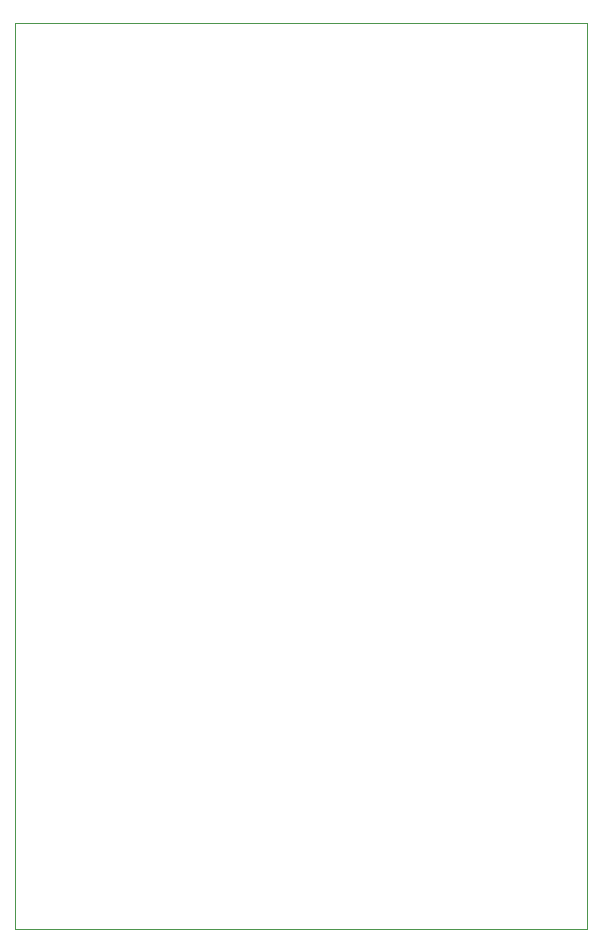
<source format=gm1>
G04 #@! TF.GenerationSoftware,KiCad,Pcbnew,8.0.4*
G04 #@! TF.CreationDate,2024-11-21T22:47:59-05:00*
G04 #@! TF.ProjectId,MCU_ATMEGA328p_minimum,4d43555f-4154-44d4-9547-41333238705f,rev?*
G04 #@! TF.SameCoordinates,Original*
G04 #@! TF.FileFunction,Profile,NP*
%FSLAX46Y46*%
G04 Gerber Fmt 4.6, Leading zero omitted, Abs format (unit mm)*
G04 Created by KiCad (PCBNEW 8.0.4) date 2024-11-21 22:47:59*
%MOMM*%
%LPD*%
G01*
G04 APERTURE LIST*
G04 #@! TA.AperFunction,Profile*
%ADD10C,0.050000*%
G04 #@! TD*
G04 APERTURE END LIST*
D10*
X77000000Y-37000000D02*
X125500000Y-37000000D01*
X125500000Y-113750000D01*
X77000000Y-113750000D01*
X77000000Y-37000000D01*
M02*

</source>
